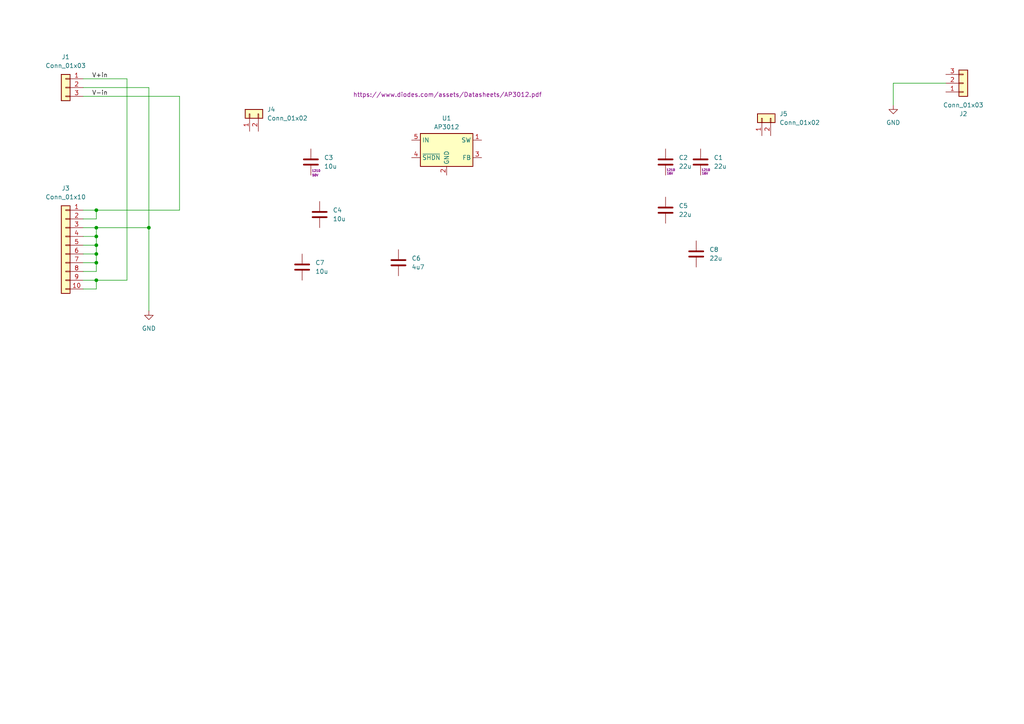
<source format=kicad_sch>
(kicad_sch (version 20231120) (generator "eeschema") (generator_version "8.0")
  (paper "A4")
  (lib_symbols
    (symbol "Connector_Generic:Conn_01x02" (pin_names (offset 1.016) hide)
      (property "Reference" "J" (at 0 2.54 0))
      (property "Value" "Conn_01x02" (at 0 -5.08 0))
      (symbol "Conn_01x02_1_1"
        (rectangle (start -1.27 -2.413) (end 0 -2.667) (stroke (width 0.1524)))
        (rectangle (start -1.27 0.127) (end 0 -0.127) (stroke (width 0.1524)))
        (rectangle (start -1.27 1.27) (end 1.27 -3.81) (stroke (width 0.254)) (fill (type background)))
        (pin passive line (at -5.08 0 0) (length 3.81) (name "Pin_1") (number "1"))
        (pin passive line (at -5.08 -2.54 0) (length 3.81) (name "Pin_2") (number "2"))
      )
    )
    (symbol "Connector_Generic:Conn_01x03" (pin_names (offset 1.016) hide)
      (property "Reference" "J" (at 0 5.08 0))
      (property "Value" "Conn_01x03" (at 0 -5.08 0))
      (symbol "Conn_01x03_1_1"
        (rectangle (start -1.27 -2.413) (end 0 -2.667) (stroke (width 0.1524)))
        (rectangle (start -1.27 0.127) (end 0 -0.127) (stroke (width 0.1524)))
        (rectangle (start -1.27 2.667) (end 0 2.413) (stroke (width 0.1524)))
        (rectangle (start -1.27 3.81) (end 1.27 -3.81) (stroke (width 0.254)) (fill (type background)))
        (pin passive line (at -5.08 2.54 0) (length 3.81) (name "Pin_1") (number "1"))
        (pin passive line (at -5.08 0 0) (length 3.81) (name "Pin_2") (number "2"))
        (pin passive line (at -5.08 -2.54 0) (length 3.81) (name "Pin_3") (number "3"))
      )
    )
    (symbol "Connector_Generic:Conn_01x10" (pin_names (offset 1.016) hide)
      (property "Reference" "J" (at 0 12.7 0))
      (property "Value" "Conn_01x10" (at 0 -15.24 0))
      (symbol "Conn_01x10_1_1"
        (rectangle (start -1.27 -12.573) (end 0 -12.827) (stroke (width 0.1524)))
        (rectangle (start -1.27 -10.033) (end 0 -10.287) (stroke (width 0.1524)))
        (rectangle (start -1.27 -7.493) (end 0 -7.747) (stroke (width 0.1524)))
        (rectangle (start -1.27 -4.953) (end 0 -5.207) (stroke (width 0.1524)))
        (rectangle (start -1.27 -2.413) (end 0 -2.667) (stroke (width 0.1524)))
        (rectangle (start -1.27 0.127) (end 0 -0.127) (stroke (width 0.1524)))
        (rectangle (start -1.27 2.667) (end 0 2.413) (stroke (width 0.1524)))
        (rectangle (start -1.27 5.207) (end 0 4.953) (stroke (width 0.1524)))
        (rectangle (start -1.27 7.747) (end 0 7.493) (stroke (width 0.1524)))
        (rectangle (start -1.27 10.287) (end 0 10.033) (stroke (width 0.1524)))
        (rectangle (start -1.27 11.43) (end 1.27 -13.97) (stroke (width 0.254)) (fill (type background)))
        (pin passive line (at -5.08 10.16 0) (length 3.81) (name "Pin_1") (number "1"))
        (pin passive line (at -5.08 -12.7 0) (length 3.81) (name "Pin_10") (number "10"))
        (pin passive line (at -5.08 7.62 0) (length 3.81) (name "Pin_2") (number "2"))
        (pin passive line (at -5.08 5.08 0) (length 3.81) (name "Pin_3") (number "3"))
        (pin passive line (at -5.08 2.54 0) (length 3.81) (name "Pin_4") (number "4"))
        (pin passive line (at -5.08 0 0) (length 3.81) (name "Pin_5") (number "5"))
        (pin passive line (at -5.08 -2.54 0) (length 3.81) (name "Pin_6") (number "6"))
        (pin passive line (at -5.08 -5.08 0) (length 3.81) (name "Pin_7") (number "7"))
        (pin passive line (at -5.08 -7.62 0) (length 3.81) (name "Pin_8") (number "8"))
        (pin passive line (at -5.08 -10.16 0) (length 3.81) (name "Pin_9") (number "9"))
      )
    )
    (symbol "Device:C" (pin_numbers hide) (pin_names (offset 0.254))
      (property "Reference" "C" (at 0.635 2.54 0))
      (property "Value" "C" (at 0.635 -2.54 0))
      (symbol "C_0_1"
        (polyline (pts (xy -2.032 -0.762) (xy 2.032 -0.762)) (stroke (width 0.508)))
        (polyline (pts (xy -2.032 0.762) (xy 2.032 0.762)) (stroke (width 0.508)))
      )
      (symbol "C_1_1"
        (pin passive line (at 0 3.81 270) (length 2.794) (name "~") (number "1"))
        (pin passive line (at 0 -3.81 90) (length 2.794) (name "~") (number "2"))
      )
    )
    (symbol "JP:CAP CER 10UF 50V X7R 1210" (pin_numbers hide) (pin_names (offset 0.254))
      (property "Reference" "C" (at 0.635 2.54 0))
      (property "Value" "10u" (at 0.635 -2.54 0))
      (symbol "CAP CER 10UF 50V X7R 1210_0_1"
        (polyline (pts (xy -2.032 -0.762) (xy 2.032 -0.762)) (stroke (width 0.508)))
        (polyline (pts (xy -2.032 0.762) (xy 2.032 0.762)) (stroke (width 0.508)))
      )
      (symbol "CAP CER 10UF 50V X7R 1210_1_1"
        (pin passive line (at 0 3.81 270) (length 2.794) (name "~") (number "1"))
        (pin passive line (at 0 -3.81 90) (length 2.794) (name "~") (number "2"))
      )
    )
    (symbol "JP:CAP CER 22UF 16V X7R 1210" (pin_numbers hide) (pin_names (offset 0.254))
      (property "Reference" "C" (at 0.635 2.54 0))
      (property "Value" "22u" (at 0.635 -2.54 0))
      (symbol "CAP CER 22UF 16V X7R 1210_0_1"
        (polyline (pts (xy -2.032 -0.762) (xy 2.032 -0.762)) (stroke (width 0.508)))
        (polyline (pts (xy -2.032 0.762) (xy 2.032 0.762)) (stroke (width 0.508)))
      )
      (symbol "CAP CER 22UF 16V X7R 1210_1_1"
        (pin passive line (at 0 3.81 270) (length 2.794) (name "~") (number "1"))
        (pin passive line (at 0 -3.81 90) (length 2.794) (name "~") (number "2"))
      )
    )
    (symbol "JPL:CAP CER 10UF 50V X7R 1210" (pin_numbers hide) (pin_names (offset 0.254))
      (property "Reference" "C" (at 0.635 2.54 0))
      (property "Value" "10u" (at 0.635 -2.54 0))
      (symbol "CAP CER 10UF 50V X7R 1210_0_1"
        (polyline (pts (xy -2.032 -0.762) (xy 2.032 -0.762)) (stroke (width 0.508)))
        (polyline (pts (xy -2.032 0.762) (xy 2.032 0.762)) (stroke (width 0.508)))
      )
      (symbol "CAP CER 10UF 50V X7R 1210_1_1"
        (pin passive line (at 0 3.81 270) (length 2.794) (name "~") (number "1"))
        (pin passive line (at 0 -3.81 90) (length 2.794) (name "~") (number "2"))
      )
    )
    (symbol "JPL:CAP CER 22UF 16V X7R 1210" (pin_numbers hide) (pin_names (offset 0.254))
      (property "Reference" "C" (at 0.635 2.54 0))
      (property "Value" "22u" (at 0.635 -2.54 0))
      (symbol "CAP CER 22UF 16V X7R 1210_0_1"
        (polyline (pts (xy -2.032 -0.762) (xy 2.032 -0.762)) (stroke (width 0.508)))
        (polyline (pts (xy -2.032 0.762) (xy 2.032 0.762)) (stroke (width 0.508)))
      )
      (symbol "CAP CER 22UF 16V X7R 1210_1_1"
        (pin passive line (at 0 3.81 270) (length 2.794) (name "~") (number "1"))
        (pin passive line (at 0 -3.81 90) (length 2.794) (name "~") (number "2"))
      )
    )
    (symbol "JPL:CAP CER 4.7UF 50V X7R 1210" (pin_numbers hide) (pin_names (offset 0.254))
      (property "Reference" "C" (at 0.635 2.54 0))
      (property "Value" "4u7" (at 0.635 -2.54 0))
      (symbol "CAP CER 4.7UF 50V X7R 1210_0_1"
        (polyline (pts (xy -2.032 -0.762) (xy 2.032 -0.762)) (stroke (width 0.508)))
        (polyline (pts (xy -2.032 0.762) (xy 2.032 0.762)) (stroke (width 0.508)))
      )
      (symbol "CAP CER 4.7UF 50V X7R 1210_1_1"
        (pin passive line (at 0 3.81 270) (length 2.794) (name "~") (number "1"))
        (pin passive line (at 0 -3.81 90) (length 2.794) (name "~") (number "2"))
      )
    )
    (symbol "Regulator_Switching:AP3012"
      (property "Reference" "U" (at -7.62 5.715 0))
      (property "Value" "AP3012" (at 0 5.715 0))
      (symbol "AP3012_0_1"
        (rectangle (start -7.62 4.445) (end 7.62 -5.08) (stroke (width 0.254)) (fill (type background)))
      )
      (symbol "AP3012_1_1"
        (pin passive line (at 10.16 2.54 180) (length 2.54) (name "SW") (number "1"))
        (pin power_in line (at 0 -7.62 90) (length 2.54) (name "GND") (number "2"))
        (pin input line (at 10.16 -2.54 180) (length 2.54) (name "FB") (number "3"))
        (pin input line (at -10.16 -2.54 0) (length 2.54) (name "~{SHDN}") (number "4"))
        (pin power_in line (at -10.16 2.54 0) (length 2.54) (name "IN") (number "5"))
      )
    )
    (symbol "power:GND" (power) (pin_numbers hide) (pin_names (offset 0) hide)
      (property "Value" "GND" (at 0 -3.81 0))
      (symbol "GND_0_1"
        (polyline (pts (xy 0 0) (xy 0 -1.27) (xy 1.27 -1.27) (xy 0 -2.54) (xy -1.27 -1.27) (xy 0 -1.27)))
      )
      (symbol "GND_1_1"
        (pin power_in line (at 0 0 270) (length 0) (name "~") (number "1"))
      )
    )
  )
  (junction (at 27.94 71.12))
  (junction (at 27.94 68.58))
  (junction (at 27.94 81.28))
  (junction (at 27.94 73.66))
  (junction (at 27.94 76.2))
  (junction (at 27.94 66.04))
  (junction (at 27.94 60.96))
  (junction (at 43.18 66.04))
  (wire (pts (xy 52.07 60.96) (xy 52.07 27.94)))
  (wire (pts (xy 27.94 71.12) (xy 27.94 68.58)))
  (wire (pts (xy 27.94 66.04) (xy 43.18 66.04)))
  (wire (pts (xy 24.13 22.86) (xy 36.83 22.86)))
  (wire (pts (xy 27.94 78.74) (xy 27.94 76.2)))
  (wire (pts (xy 27.94 60.96) (xy 52.07 60.96)))
  (wire (pts (xy 24.13 25.4) (xy 43.18 25.4)))
  (wire (pts (xy 27.94 60.96) (xy 27.94 63.5)))
  (wire (pts (xy 27.94 73.66) (xy 27.94 71.12)))
  (wire (pts (xy 43.18 66.04) (xy 43.18 90.17)))
  (wire (pts (xy 27.94 81.28) (xy 27.94 83.82)))
  (wire (pts (xy 24.13 76.2) (xy 27.94 76.2)))
  (wire (pts (xy 24.13 66.04) (xy 27.94 66.04)))
  (wire (pts (xy 24.13 78.74) (xy 27.94 78.74)))
  (wire (pts (xy 274.32 24.13) (xy 259.08 24.13)))
  (wire (pts (xy 24.13 73.66) (xy 27.94 73.66)))
  (wire (pts (xy 27.94 68.58) (xy 27.94 66.04)))
  (wire (pts (xy 24.13 60.96) (xy 27.94 60.96)))
  (wire (pts (xy 24.13 63.5) (xy 27.94 63.5)))
  (wire (pts (xy 24.13 83.82) (xy 27.94 83.82)))
  (wire (pts (xy 27.94 81.28) (xy 36.83 81.28)))
  (wire (pts (xy 24.13 27.94) (xy 52.07 27.94)))
  (wire (pts (xy 27.94 76.2) (xy 27.94 73.66)))
  (wire (pts (xy 259.08 24.13) (xy 259.08 30.48)))
  (wire (pts (xy 43.18 25.4) (xy 43.18 66.04)))
  (wire (pts (xy 24.13 71.12) (xy 27.94 71.12)))
  (wire (pts (xy 24.13 68.58) (xy 27.94 68.58)))
  (wire (pts (xy 36.83 81.28) (xy 36.83 22.86)))
  (wire (pts (xy 24.13 81.28) (xy 27.94 81.28)))
  (label "V-in" (at 26.67 27.94 0))
  (label "V+in" (at 26.67 22.86 0))
  (symbol (lib_id "power:GND") (at 43.18 90.17 0) (unit 1)
    (property "Reference" "#PWR01" (effects (hide yes)))
    (property "Value" "GND" (at 43.18 95.25 0))
    (property "Description" "Power symbol creates a global label with name \"GND\" , ground" (effects (hide yes)))
  )
  (symbol (lib_id "Device:C") (at 203.2 46.99 0) (unit 1)
    (property "Reference" "C1" (at 207.01 45.7199 0) (effects (justify left)))
    (property "Value" "22u" (at 207.01 48.2599 0) (effects (justify left)))
    (property "Footprint" "Capacitor_SMD:C_1210_3225Metric_Pad1.33x2.70mm_HandSolder" (effects (hide yes)))
    (property "Description" "Unpolarized capacitor" (effects (hide yes)))
    (property "Package" "1210" (at 204.724 49.276 0) (effects (font (size 0.635 0.635))))
    (property "Voltage" "16V" (at 204.47 50.292 0) (effects (font (size 0.635 0.635))))
  )
  (symbol (lib_id "Connector_Generic:Conn_01x03") (at 19.05 25.4 0) (mirror y) (unit 1)
    (property "Reference" "J1" (at 19.05 16.51 0))
    (property "Value" "Conn_01x03" (at 19.05 19.05 0))
    (property "Footprint" "Connector_Phoenix_MSTB:PhoenixContact_MSTBA_2,5_3-G-5,08_1x03_P5.08mm_Horizontal" (effects (hide yes)))
    (property "Description" "Generic connector, single row, 01x03, script generated (kicad-library-utils/schlib/autogen/connector/)" (effects (hide yes)))
  )
  (symbol (lib_id "JPL:CAP CER 22UF 16V X7R 1210") (at 201.93 73.66 0) (unit 1)
    (property "Reference" "C8" (at 205.74 72.3899 0) (effects (justify left)))
    (property "Value" "22u" (at 205.74 74.9299 0) (effects (justify left)))
    (property "Footprint" "Capacitor_SMD:C_1210_3225Metric" (effects (hide yes)))
    (property "Capacitor Temperature Coefficient" "X7R" (effects (hide yes)))
    (property "Chip Footprint" "1210 (3225 Metric)" (effects (hide yes)))
    (property "InvenTree" "3" (effects (hide yes)))
    (property "Operating Temperature Max" "125" (effects (hide yes)))
    (property "Operating Temperature Min" "-55" (effects (hide yes)))
    (property "Operating Voltage Max" "16" (effects (hide yes)))
    (property "Part URL" "http://toast.home.arpa/part/3/" (effects (hide yes)))
    (property "Tolerance Lower" "10" (effects (hide yes)))
    (property "Tolerance Upper" "10" (effects (hide yes)))
  )
  (symbol (lib_id "Regulator_Switching:AP3012") (at 129.54 43.18 0) (unit 1)
    (property "Reference" "U1" (at 129.54 34.29 0))
    (property "Value" "AP3012" (at 129.54 36.83 0))
    (property "Footprint" "Package_TO_SOT_SMD:SOT-23-5" (effects (hide yes)))
    (property "Datasheet" "https://www.diodes.com/assets/Datasheets/AP3012.pdf" (at 129.794 27.432 0))
    (property "Description" "500mA, Adjustable Step-Up Voltage Regulator, 1.5MHz Frequency, SOT-23-5" (effects (hide yes)))
  )
  (symbol (lib_id "JP:CAP CER 22UF 16V X7R 1210") (at 193.04 60.96 0) (unit 1)
    (property "Reference" "C5" (at 196.85 59.6899 0) (effects (justify left)))
    (property "Value" "22u" (at 196.85 62.2299 0) (effects (justify left)))
    (property "Footprint" "Capacitor_SMD:C_1210_3225Metric" (effects (hide yes)))
    (property "Capacitor Temperature Coefficient" "X7R" (effects (hide yes)))
    (property "Chip Footprint" "1210 (3225 Metric)" (effects (hide yes)))
    (property "InvenTree" "3" (effects (hide yes)))
    (property "Operating Temperature Max" "125" (effects (hide yes)))
    (property "Operating Temperature Min" "-55" (effects (hide yes)))
    (property "Operating Voltage Max" "16" (effects (hide yes)))
    (property "Part URL" "http://toast.home.arpa/part/3/" (effects (hide yes)))
    (property "Tolerance Lower" "10" (effects (hide yes)))
    (property "Tolerance Upper" "10" (effects (hide yes)))
  )
  (symbol (lib_id "Connector_Generic:Conn_01x02") (at 220.98 34.29 90) (unit 1)
    (property "Reference" "J5" (at 226.06 33.0199 90) (effects (justify right)))
    (property "Value" "Conn_01x02" (at 226.06 35.5599 90) (effects (justify right)))
    (property "Footprint" "Connector_PinHeader_2.54mm:PinHeader_1x02_P2.54mm_Vertical" (effects (hide yes)))
    (property "Description" "Generic connector, single row, 01x02, script generated (kicad-library-utils/schlib/autogen/connector/)" (effects (hide yes)))
  )
  (symbol (lib_id "Connector_Generic:Conn_01x10") (at 19.05 71.12 0) (mirror y) (unit 1)
    (property "Reference" "J3" (at 19.05 54.61 0))
    (property "Value" "Conn_01x10" (at 19.05 57.15 0))
    (property "Footprint" "Connector_IDC:IDC-Header_2x05_P2.54mm_Vertical" (effects (hide yes)))
    (property "Description" "Generic connector, single row, 01x10, script generated (kicad-library-utils/schlib/autogen/connector/)" (effects (hide yes)))
  )
  (symbol (lib_id "Device:C") (at 193.04 46.99 0) (unit 1)
    (property "Reference" "C2" (at 196.85 45.7199 0) (effects (justify left)))
    (property "Value" "22u" (at 196.85 48.2599 0) (effects (justify left)))
    (property "Footprint" "Capacitor_SMD:C_1210_3225Metric_Pad1.33x2.70mm_HandSolder" (effects (hide yes)))
    (property "Description" "Unpolarized capacitor" (effects (hide yes)))
    (property "Package" "1210" (at 194.564 49.276 0) (effects (font (size 0.635 0.635))))
    (property "Voltage" "16V" (at 194.31 50.292 0) (effects (font (size 0.635 0.635))))
  )
  (symbol (lib_id "Connector_Generic:Conn_01x03") (at 279.4 24.13 0) (mirror x) (unit 1)
    (property "Reference" "J2" (at 279.4 33.02 0))
    (property "Value" "Conn_01x03" (at 279.4 30.48 0))
    (property "Footprint" "Connector_Phoenix_MSTB:PhoenixContact_MSTBA_2,5_3-G-5,08_1x03_P5.08mm_Horizontal" (effects (hide yes)))
    (property "Description" "Generic connector, single row, 01x03, script generated (kicad-library-utils/schlib/autogen/connector/)" (effects (hide yes)))
  )
  (symbol (lib_id "power:GND") (at 259.08 30.48 0) (unit 1)
    (property "Reference" "#PWR02" (effects (hide yes)))
    (property "Value" "GND" (at 259.08 35.56 0))
    (property "Description" "Power symbol creates a global label with name \"GND\" , ground" (effects (hide yes)))
  )
  (symbol (lib_id "Connector_Generic:Conn_01x02") (at 72.39 33.02 90) (unit 1)
    (property "Reference" "J4" (at 77.47 31.7499 90) (effects (justify right)))
    (property "Value" "Conn_01x02" (at 77.47 34.2899 90) (effects (justify right)))
    (property "Footprint" "Connector_PinHeader_2.54mm:PinHeader_1x02_P2.54mm_Vertical" (effects (hide yes)))
    (property "Description" "Generic connector, single row, 01x02, script generated (kicad-library-utils/schlib/autogen/connector/)" (effects (hide yes)))
  )
  (symbol (lib_id "JPL:CAP CER 4.7UF 50V X7R 1210") (at 115.57 76.2 0) (unit 1)
    (property "Reference" "C6" (at 119.38 74.9299 0) (effects (justify left)))
    (property "Value" "4u7" (at 119.38 77.4699 0) (effects (justify left)))
    (property "Footprint" "Capacitor_SMD:C_1210_3225Metric" (effects (hide yes)))
    (property "Capacitor Temperature Coefficient" "X7R" (effects (hide yes)))
    (property "Chip Footprint" "1210 (3225 Metric)" (effects (hide yes)))
    (property "InvenTree" "4" (effects (hide yes)))
    (property "Operating Temperature Max" "125" (effects (hide yes)))
    (property "Operating Temperature Min" "-55" (effects (hide yes)))
    (property "Operating Voltage Max" "50" (effects (hide yes)))
    (property "Part URL" "http://toast.home.arpa/part/4/" (effects (hide yes)))
    (property "Tolerance Lower" "10" (effects (hide yes)))
    (property "Tolerance Upper" "10" (effects (hide yes)))
  )
  (symbol (lib_id "Device:C") (at 90.17 46.99 0) (unit 1)
    (property "Reference" "C3" (at 93.98 45.7199 0) (effects (justify left)))
    (property "Value" "10u" (at 93.98 48.2599 0) (effects (justify left)))
    (property "Footprint" "Capacitor_SMD:C_1210_3225Metric_Pad1.33x2.70mm_HandSolder" (effects (hide yes)))
    (property "Description" "Unpolarized capacitor" (effects (hide yes)))
    (property "Voltage" "50V" (at 91.44 50.8 0) (effects (font (size 0.635 0.635))))
    (property "Package" "1210" (at 91.694 49.53 0) (effects (font (size 0.635 0.635))))
  )
  (symbol (lib_id "JPL:CAP CER 10UF 50V X7R 1210") (at 87.63 77.47 0) (unit 1)
    (property "Reference" "C7" (at 91.44 76.1999 0) (effects (justify left)))
    (property "Value" "10u" (at 91.44 78.7399 0) (effects (justify left)))
    (property "Footprint" "Capacitor_SMD:C_1210_3225Metric" (effects (hide yes)))
    (property "Capacitor Temperature Coefficient" "X7R" (effects (hide yes)))
    (property "Chip Footprint" "1210 (3225 Metric)" (effects (hide yes)))
    (property "Color" "Green" (effects (hide yes)))
    (property "InvenTree" "2" (effects (hide yes)))
    (property "Operating Temperature Max" "125" (effects (hide yes)))
    (property "Operating Temperature Min" "-55" (effects (hide yes)))
    (property "Operating Voltage Max" "50" (effects (hide yes)))
    (property "Part URL" "http://toast.home.arpa/part/2/" (effects (hide yes)))
    (property "Tolerance Lower" "10" (effects (hide yes)))
    (property "Tolerance Upper" "10" (effects (hide yes)))
  )
  (symbol (lib_id "JP:CAP CER 10UF 50V X7R 1210") (at 92.71 62.23 0) (unit 1)
    (property "Reference" "C4" (at 96.52 60.9599 0) (effects (justify left)))
    (property "Value" "10u" (at 96.52 63.4999 0) (effects (justify left)))
    (property "Footprint" "Capacitor_SMD:C_1210_3225Metric" (effects (hide yes)))
    (property "Capacitor Temperature Coefficient" "X7R" (effects (hide yes)))
    (property "Chip Footprint" "1210 (3225 Metric)" (effects (hide yes)))
    (property "Color" "Green" (effects (hide yes)))
    (property "InvenTree" "2" (effects (hide yes)))
    (property "Operating Temperature Max" "125" (effects (hide yes)))
    (property "Operating Temperature Min" "-55" (effects (hide yes)))
    (property "Operating Voltage Max" "50" (effects (hide yes)))
    (property "Part URL" "http://toast.home.arpa/part/2/" (effects (hide yes)))
    (property "Tolerance Lower" "10" (effects (hide yes)))
    (property "Tolerance Upper" "10" (effects (hide yes)))
  )
)
</source>
